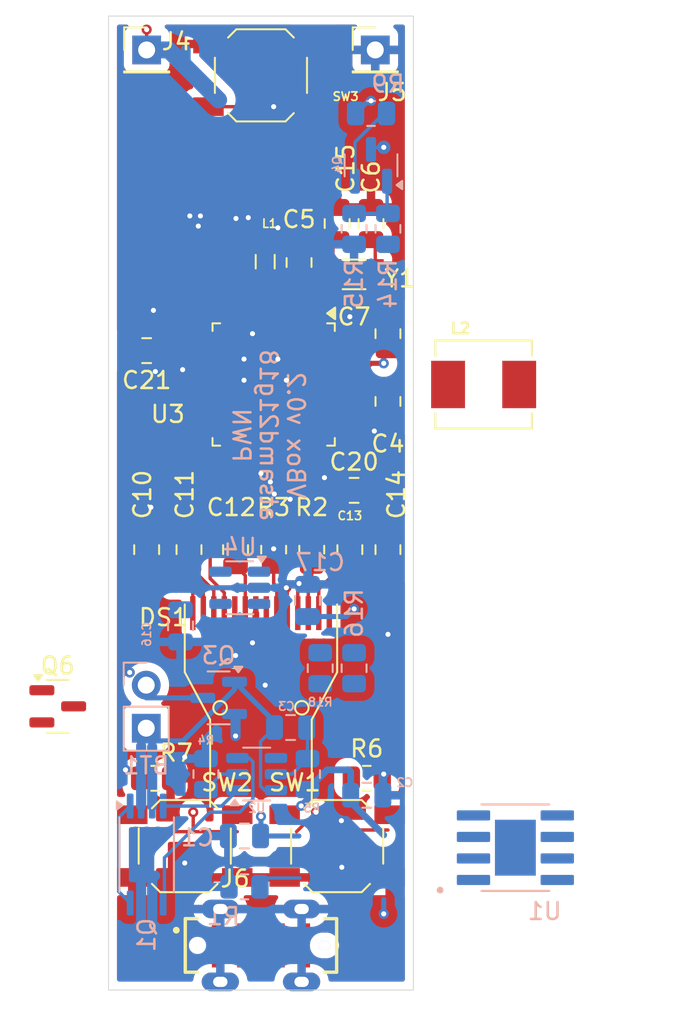
<source format=kicad_pcb>
(kicad_pcb
	(version 20240108)
	(generator "pcbnew")
	(generator_version "8.0")
	(general
		(thickness 1.6)
		(legacy_teardrops no)
	)
	(paper "A4")
	(layers
		(0 "F.Cu" signal)
		(1 "In1.Cu" signal)
		(2 "In2.Cu" signal)
		(31 "B.Cu" signal)
		(32 "B.Adhes" user "B.Adhesive")
		(33 "F.Adhes" user "F.Adhesive")
		(34 "B.Paste" user)
		(35 "F.Paste" user)
		(36 "B.SilkS" user "B.Silkscreen")
		(37 "F.SilkS" user "F.Silkscreen")
		(38 "B.Mask" user)
		(39 "F.Mask" user)
		(40 "Dwgs.User" user "User.Drawings")
		(41 "Cmts.User" user "User.Comments")
		(42 "Eco1.User" user "User.Eco1")
		(43 "Eco2.User" user "User.Eco2")
		(44 "Edge.Cuts" user)
		(45 "Margin" user)
		(46 "B.CrtYd" user "B.Courtyard")
		(47 "F.CrtYd" user "F.Courtyard")
		(48 "B.Fab" user)
		(49 "F.Fab" user)
		(50 "User.1" user)
		(51 "User.2" user)
		(52 "User.3" user)
		(53 "User.4" user)
		(54 "User.5" user)
		(55 "User.6" user)
		(56 "User.7" user)
		(57 "User.8" user)
		(58 "User.9" user)
	)
	(setup
		(stackup
			(layer "F.SilkS"
				(type "Top Silk Screen")
			)
			(layer "F.Paste"
				(type "Top Solder Paste")
			)
			(layer "F.Mask"
				(type "Top Solder Mask")
				(thickness 0.01)
			)
			(layer "F.Cu"
				(type "copper")
				(thickness 0.035)
			)
			(layer "dielectric 1"
				(type "prepreg")
				(thickness 0.1)
				(material "FR4")
				(epsilon_r 4.5)
				(loss_tangent 0.02)
			)
			(layer "In1.Cu"
				(type "copper")
				(thickness 0.035)
			)
			(layer "dielectric 2"
				(type "core")
				(thickness 1.24)
				(material "FR4")
				(epsilon_r 4.5)
				(loss_tangent 0.02)
			)
			(layer "In2.Cu"
				(type "copper")
				(thickness 0.035)
			)
			(layer "dielectric 3"
				(type "prepreg")
				(thickness 0.1)
				(material "FR4")
				(epsilon_r 4.5)
				(loss_tangent 0.02)
			)
			(layer "B.Cu"
				(type "copper")
				(thickness 0.035)
			)
			(layer "B.Mask"
				(type "Bottom Solder Mask")
				(thickness 0.01)
			)
			(layer "B.Paste"
				(type "Bottom Solder Paste")
			)
			(layer "B.SilkS"
				(type "Bottom Silk Screen")
			)
			(copper_finish "None")
			(dielectric_constraints no)
		)
		(pad_to_mask_clearance 0)
		(allow_soldermask_bridges_in_footprints no)
		(grid_origin 86.5 51.25)
		(pcbplotparams
			(layerselection 0x00010fc_ffffffff)
			(plot_on_all_layers_selection 0x0000000_00000000)
			(disableapertmacros no)
			(usegerberextensions no)
			(usegerberattributes yes)
			(usegerberadvancedattributes yes)
			(creategerberjobfile yes)
			(dashed_line_dash_ratio 12.000000)
			(dashed_line_gap_ratio 3.000000)
			(svgprecision 4)
			(plotframeref no)
			(viasonmask no)
			(mode 1)
			(useauxorigin no)
			(hpglpennumber 1)
			(hpglpenspeed 20)
			(hpglpendiameter 15.000000)
			(pdf_front_fp_property_popups yes)
			(pdf_back_fp_property_popups yes)
			(dxfpolygonmode yes)
			(dxfimperialunits yes)
			(dxfusepcbnewfont yes)
			(psnegative no)
			(psa4output no)
			(plotreference yes)
			(plotvalue yes)
			(plotfptext yes)
			(plotinvisibletext no)
			(sketchpadsonfab no)
			(subtractmaskfromsilk no)
			(outputformat 1)
			(mirror no)
			(drillshape 0)
			(scaleselection 1)
			(outputdirectory "./vbox-v0.2")
		)
	)
	(net 0 "")
	(net 1 "+BATT")
	(net 2 "Net-(U2-VCC)")
	(net 3 "RXD")
	(net 4 "TXD")
	(net 5 "MISO")
	(net 6 "RESET")
	(net 7 "SCK")
	(net 8 "MOSI")
	(net 9 "Net-(U2-OD)")
	(net 10 "Net-(Q1-Pad1)")
	(net 11 "Net-(U2-OC)")
	(net 12 "Net-(U1-PROG)")
	(net 13 "Net-(U2-CS)")
	(net 14 "moins")
	(net 15 "plus")
	(net 16 "fire")
	(net 17 "PWM")
	(net 18 "unconnected-(U1-TEMP-Pad1)")
	(net 19 "unconnected-(U2-TD-Pad4)")
	(net 20 "BOOST_EN")
	(net 21 "unconnected-(U1-~{CHRG}-Pad7)")
	(net 22 "unconnected-(U1-~{STDBY}-Pad6)")
	(net 23 "Net-(DS1-C2P)")
	(net 24 "Net-(DS1-C2N)")
	(net 25 "Net-(DS1-C1P)")
	(net 26 "Net-(DS1-C1N)")
	(net 27 "Net-(DS1-N.C.)")
	(net 28 "Net-(DS1-VCOMH)")
	(net 29 "Net-(DS1-VCC)")
	(net 30 "Net-(DS1-IREF)")
	(net 31 "Net-(DS1-RES#)")
	(net 32 "SDA")
	(net 33 "SCL")
	(net 34 "+USB5V")
	(net 35 "/-BT1")
	(net 36 "/+BT1")
	(net 37 "Net-(U3-VDDCORE)")
	(net 38 "unconnected-(J6-CC1-PadA5)")
	(net 39 "unconnected-(J6-CC2-PadB5)")
	(net 40 "PA24-USBd-")
	(net 41 "unconnected-(J6-SBU2-PadB8)")
	(net 42 "unconnected-(J6-SBU1-PadA8)")
	(net 43 "PA25-USBd+")
	(net 44 "Net-(Q6-G)")
	(net 45 "Net-(Q6-D)")
	(net 46 "unconnected-(U3-PA07-9-ADC-Pad12)")
	(net 47 "+3.3V")
	(net 48 "Net-(U3-VDDANA)")
	(net 49 "Net-(U3-PA00)")
	(net 50 "Net-(U3-PA01)")
	(net 51 "unconnected-(U3-PA28-27-Pad41)")
	(net 52 "unconnected-(U3-25-PB03-Pad48)")
	(net 53 "ss")
	(net 54 "coil+")
	(net 55 "Net-(Q4-S)")
	(net 56 "Net-(Q4-G)")
	(net 57 "unconnected-(U3-ADC-15-PB08-Pad7)")
	(net 58 "unconnected-(U3-PA13-38-Pad22)")
	(net 59 "batV")
	(net 60 "GND")
	(net 61 "CoilResSw")
	(net 62 "BatVoltSw")
	(net 63 "unconnected-(U3-PA14-2-Pad23)")
	(net 64 "unconnected-(U3-PA12-22-Pad21)")
	(net 65 "unconnected-(U3-24-PB11-Pad20)")
	(net 66 "unconnected-(U3-ADC-19-PB02-Pad47)")
	(net 67 "unconnected-(U3-ADC-16-PB09-Pad8)")
	(net 68 "unconnected-(U3-PA15-5-Pad24)")
	(net 69 "unconnected-(U3-23-PB10-Pad19)")
	(net 70 "unconnected-(U3-PA05-18-ADC-Pad10)")
	(net 71 "unconnected-(U3-PA30-44-SWCLK-Pad45)")
	(net 72 "unconnected-(U3-PA27-26-Pad39)")
	(net 73 "unconnected-(U3-PA31-45-SWDIO-Pad46)")
	(net 74 "unconnected-(U3-PA06-8-ADC-Pad11)")
	(net 75 "unconnected-(U4-NC-Pad4)")
	(net 76 "unconnected-(L2-Pad2)")
	(net 77 "unconnected-(L2-Pad1)")
	(footprint "My_footprint:oled DD-9616BE-3A_fliped(folded)" (layer "F.Cu") (at 95.5 85.484))
	(footprint "Capacitor_SMD:C_0805_2012Metric" (layer "F.Cu") (at 97.75 65.8 90))
	(footprint "Capacitor_SMD:C_0805_2012Metric" (layer "F.Cu") (at 88.75 71 180))
	(footprint "Resistor_SMD:R_0805_2012Metric" (layer "F.Cu") (at 96.25 82.75 90))
	(footprint "Resistor_SMD:R_0805_2012Metric" (layer "F.Cu") (at 98.5 82.75 -90))
	(footprint "Resistor_SMD:R_0805_2012Metric" (layer "F.Cu") (at 101.75 96.25 180))
	(footprint "My_footprint:IND_SRP5020TA-R68M" (layer "F.Cu") (at 108.65 73))
	(footprint "Capacitor_SMD:C_0805_2012Metric" (layer "F.Cu") (at 100.75 82.75 -90))
	(footprint "Capacitor_SMD:C_0805_2012Metric" (layer "F.Cu") (at 91.25 82.75 -90))
	(footprint "Package_TO_SOT_SMD:SOT-23" (layer "F.Cu") (at 83.5 92))
	(footprint "Button_Switch_SMD:SW_SPST_SKQG_WithStem" (layer "F.Cu") (at 100 100.25))
	(footprint "Capacitor_SMD:C_0805_2012Metric" (layer "F.Cu") (at 102 63.5 -90))
	(footprint "Capacitor_SMD:C_0805_2012Metric" (layer "F.Cu") (at 94 82.75 -90))
	(footprint "Button_Switch_SMD:SW_SPST_SKQG_WithoutStem" (layer "F.Cu") (at 95.5 54.75 180))
	(footprint "Capacitor_SMD:C_0805_2012Metric" (layer "F.Cu") (at 103 70 -90))
	(footprint "Inductor_SMD:L_0805_2012Metric" (layer "F.Cu") (at 95.75 65.75 90))
	(footprint "Capacitor_SMD:C_0805_2012Metric" (layer "F.Cu") (at 100 63.5 -90))
	(footprint "Package_QFP:TQFP-48_7x7mm_P0.5mm" (layer "F.Cu") (at 96.25 73 -90))
	(footprint "Connector_PinHeader_2.54mm:PinHeader_1x01_P2.54mm_Vertical" (layer "F.Cu") (at 102.25 53.25))
	(footprint "Capacitor_SMD:C_0805_2012Metric" (layer "F.Cu") (at 103 82.75 -90))
	(footprint "Button_Switch_SMD:SW_SPST_SKQG_WithoutStem" (layer "F.Cu") (at 91 100.25))
	(footprint "Crystal:Crystal_SMD_3215-2Pin_3.2x1.5mm" (layer "F.Cu") (at 101 66.5))
	(footprint "Connector_PinHeader_2.54mm:PinHeader_1x01_P2.54mm_Vertical" (layer "F.Cu") (at 88.75 53.25))
	(footprint "Capacitor_SMD:C_0805_2012Metric" (layer "F.Cu") (at 101 79.25))
	(footprint "My_footprint:GCT_USB4120-03-C_REVA" (layer "F.Cu") (at 95.5 106.115))
	(footprint "Capacitor_SMD:C_0805_2012Metric" (layer "F.Cu") (at 88.75 82.75 -90))
	(footprint "Capacitor_SMD:C_0805_2012Metric" (layer "F.Cu") (at 103 74 -90))
	(footprint "Resistor_SMD:R_0805_2012Metric" (layer "F.Cu") (at 89.25 96.25))
	(footprint "My_footprint:SOP127P600X175-9N"
		(layer "B.Cu")
		(uuid "0b774bb0-03b2-479f-bc20-f3f1fc88d935")
		(at 110.525 100.345)
		(property "Reference" "U1"
			(at 1.725 3.75 180)
			(layer "B.SilkS")
			(uuid "ed882258-22da-4b72-9ed9-de9493f64bcf")
			(effects
				(font
					(size 1 1)
					(thickness 0.15)
				)
				(justify mirror)
			)
		)
		(property "Value" "TP4056"
			(at 6.825 -3.362 180)
			(layer "B.Fab")
			(uuid "e5cf1dc9-e1d4-4d57-9ed3-aa0591e59f03")
			(effects
				(font
					(size 1 1)
					(thickness 0.15)
				)
				(justify mirror)
			)
		)
		(property "Footprint" "My_footprint:SOP127P600X175-9N"
			(at 0 0 180)
			(layer "B.Fab")
			(hide yes)
			(uuid "27ac3a8d-bc8d-4ff1-9fc7-7e5c3c17a5b1")
			(effects
				(font
					(size 1.27 1.27)
					(thickness 0.15)
				)
				(justify mirror)
			)
		)
		(property "Datasheet" ""
			(at 0 0 180)
			(layer "B.Fab")
			(hide yes)
			(uuid "ce7942d8-2dd9-4afb-8712-753db78d5acd")
			(effects
				(font
					(size 1.27 1.27)
					(thickness 0.15)
				)
				(justify mirror)
			)
		)
		(property "Description" ""
			(at 0 0 180)
			(layer "B.Fab")
			(hide yes)
			(uuid "5d9cbb1d-a4ca-47b6-8272-77656d423802")
			(effects
				(font
					(size 1.27 1.27)
					(thickness 0.15)
				)
				(justify mirror)
			)
		)
		(property "MF" "NanJing Top Power ASIC Corp."
			(at 0 0 0)
			(unlocked yes)
			(layer "B.Fab")
			(hide yes)
			(uuid "4ad57205-ae25-4196-9d43-8c4b7ca77817")
			(effects
				(font
					(size 1 1)
					(thickness 0.15)
				)
				(justify mirror)
			)
		)
		(property "MAXIMUM_PACKAGE_HEIGHT" "1.75mm"
			(at 0 0 0)
			(unlocked yes)
			(layer "B.Fab")
			(hide yes)
			(uuid "4873dcce-3f8d-41d2-841b-1785e92830a6")
			(effects
				(font
					(size 1 1)
					(thickness 0.15)
				)
				(justify mirror)
			)
		)
		(property "Package" "Package"
			(at 0 0 0)
			(unlocked yes)
			(layer "B.Fab")
			(hide yes)
			(uuid "1c7d3968-f5d8-4580-a194-c849d2e1a11f")
			(effects
				(font
					(size 1 1)
					(thickness 0.15)
				)
				(justify mirror)
			)
		)
		(property "Price" "None"
			(at 0 0 0)
			(unlocked yes)
			(layer "B.Fab")
			(hide yes)
			(uuid "7f49f059-f7f0-43aa-a108-1c98f688bd18")
			(effects
				(font
					(size 1 1)
					(thickness 0.15)
				)
				(justify mirror)
			)
		)
		(property "Check_prices" "https://www.snapeda.com/parts/TP4056/NanJing+Top+Power+ASIC+Corp./view-part/?ref=eda"
			(at 0 0 0)
			(unlocked yes)
			(layer "B.Fab")
			(hide yes)
			(uuid "646e04da-caca-4dfa-8d10-4f57fa06182b")
			(effects
				(font
					(size 1 1)
					(thickness 0.15)
				)
				(justify mirror)
			)
		)
		(property "STANDARD" "IPC 7351B"
			(at 0 0 0)
			(unlocked yes)
			(layer "B.Fab")
			(hide yes)
			(uuid "389df4ac-4e9b-4392-bf0b-e1627e5e4660")
			(effects
				(font
					(size 1 1)
					(thickness 0.15)
				)
				(justify mirror)
			)
		)
		(property "SnapEDA_Link" "https://www.snapeda.com/parts/TP4056/NanJing+Top+Power+ASIC+Corp./view-part/?ref=snap"
			(at 0 0 0)
			(unlocked yes)
			(layer "B.Fab")
			(hide yes)
			(uuid "3fc5bb17-526f-4e15-8f14-cfee088dfc13")
			(effects
				(font
					(size 1 1)
					(thickness 0.15)
				)
				(justify mirror)
			)
		)
		(property "MP" "TP4056"
			(at 0 0 0)
			(unlocked yes)
			(layer "B.Fab")
			(hide yes)
			(uuid "e8ff0cc7-0673-4919-b090-e8b137cb27a7")
			(effects
				(font
					(size 1 1)
					(thickness 0.15)
				)
				(justify mirror)
			)
		)
		(property "Description_1" "\nComplete single cell Li-Ion battery with a constant current / constant voltage linear charger\n"
			(at 0 0 0)
			(unlocked yes)
			(layer "B.Fab")
			(hide yes)
			(uuid "c0f6bea2-e315-4327-b859-0170945369a6")
			(effects
				(font
					(size 1 1)
					(thickness 0.15)
				)
				(justify mirror)
			)
		)
		(property "Availability" "Not in stock"
			(at 0 0 0)
			(unlocked yes)
			(layer "B.Fab")
			(hide yes)
			(uuid "55a64b6a-9ee9-44f3-b4c0-faee21df1439")
			(effects
				(font
					(size 1 1)
					(thickness 0.15)
				)
				(justify mirror)
			)
		)
		(property "MANUFACTURER" "NanJing Top Power ASIC Corp."
			(at 0 0 0)
			(unlocked yes)
			(layer "B.Fab")
			(hide yes)
			(uuid "8f45866f-792c-4f94-a31a-6795c091829d")
			(effects
				(font
					(size 1 1)
					(thickness 0.15)
				)
				(justify mirror)
			)
		)
		(property "Sim.Device" ""
			(at 0 0 0)
			(unlocked yes)
			(layer "B.Fab")
			(hide yes)
			(uuid "126e7fde-9277-4054-9a0d-2ce19614d858")
			(effects
				(font
					(size 1 1)
					(thickness 0.15)
				)
				(justify mirror)
			)
		)
		(property "Sim.Pins" ""
			(at 0 0 0)
			(unlocked yes)
			(layer "B.Fab")
			(hide yes)
			(uuid "ca2f1fbc-d265-4d8e-95ab-bb5d1bebea79")
			(effects
				(font
					(size 1 1)
					(thickness 0.15)
				)
				(justify mirror)
			)
		)
		(property "Sim.Type" ""
			(at 0 0 0)
			(unlocked yes)
			(layer "B.Fab")
			(hide yes)
			(uuid "fc3a39f3-572f-42ee-a7e1-cba33710d321")
			(effects
				(font
					(size 1 1)
					(thickness 0.15)
				)
				(justify mirror)
			)
		)
		(path "/3c67379e-23a7-41f5-a55f-15bb606381a4")
		(sheetname "Root")
		(sheetfile "boxmod.kicad_sch")
		(attr smd)
		(fp_poly
			(pts
				(xy -0.645 0.82) (xy 0.645 0.82) (xy 0.645 -0.82) (xy -0.645 -0.82)
			)
			(stroke
				(width 0.01)
				(type solid)
			)
			(fill solid)
			(layer "B.Paste")
			(uuid "26694b6c-904c-4767-8b93-62f9dae88c6e")
		)
		(fp_line
			(start 2 -2.55)
			(end -2 -2.55)
			(stroke
				(width 0.127)
				(type solid)
			)
			(layer "B.SilkS")
			(uuid "a5918c1e-37e3-407f-b742-f23be63294a1")
		)
		(fp_line
			(start 2 2.55)
			(end -2 2.55)
			(stroke
				(width 0.127)
				(type solid)
			)
			(layer "B.SilkS")
			(uuid "4ea26d94-5553-4071-8d0c-8f24158e2b19")
		)
		(fp_circle
			(center -4.445 2.505)
			(end -4.345 2.505)
			(stroke
				(width 0.2)
				(type solid)
			)
			(fill none)
			(layer "B.SilkS")
			(uuid "29f4f6e5-dc7a-42de-aa0e-9f13d1414eba")
		)
		(fp_line
			(start -3.71 -2.8)
			(end -3.71 2.8)
			(stroke
				(width 0.05)
				(type solid)
			)
			(layer "B.CrtYd")
			(uuid "9425dfe1-9417-4731-b931-88c299c0980e")
		)
		(fp_line
			(start 3.71 -2.8)
			(end -3.71 -2.8)
			(stroke
				(width 0.05)
				(type solid)
			)
			(layer "B.CrtYd")
			(uuid "80f1ffe6-6516-4427-bb04-3b01edbb1c3b")
		)
		(fp_line
			(start 3.71 -2.8)
			(end 3.71 2.8)
			(stroke
				(width 0.05)
				(type solid)
			)
			(layer "B.CrtYd")
			(uuid "6c1fd6ad-1db5-4ae5-8322-27de77663e3a")
		)
		(fp_line
			(start 3.71 2.8)
			(end -3.71 2.8)
			(stroke
				(width 0.05)
				(type solid)
			)
			(layer "B.CrtYd")
			(uuid "392cdd8c-838f-475a-9930-2afb52d394f5")
		)
		(fp_line
			(start -2 -2.55)
			(end -2 2.55)
			(stroke
				(width 0.127)
				(type solid)
			)
			(layer "B.Fab")
			(uuid "c170985e-190f-41c6-bdb4-6e081daba04d")
		)
		(fp_line
			(start 2 -2.55)
			(end -2 -2.55)
			(stroke
				(width 0.127)
				(type solid)
			)
			(layer "B.Fab")
			(uuid "7d3aec48-a69f-456d-a04a-14c179c2ee54")
		)
		(fp_line
			(start 2 -2.55)
			(end 2 2.55)
			(stroke
				(width 0.127)
				(type solid)
			)
			(layer "B.Fab")
			(uuid "69e3278e-44c5-4806-bc1a-3a1383b84c2f")
		)
		(fp_line
			(start 2 2.55)
			(end -2 2.55)
			(stroke
				(width 0.127)
				(type solid)
			)
			(layer "B.Fab")
			(uuid "f1326fe9-37cc-46f0-b5df-ddfe6861bfb5")
		)
		(fp_circle
			(center -4.445 2.505)
			(end -4.345 2.505)
			(stroke
				(width 0.2)
				(type solid)
			)
			(fill none)
			(layer "B.Fab")
			(uuid "591abff5-a852-428e-a73b-2b93c2c8d644")
		)
		(pad "1" smd roundrect
			(at -2.475 1.905)
			(size 1.97 0.6)
			(layers "B.Cu" "B.Paste" "B.Mask")
			(roundrect_rratio 0.125)
			(net 18 "unconnected-(U1-TEMP-Pad1)")
			(pinfunction "TEMP")
			(pintype "input")
			(solder_mask_margin 0.102)
			(uuid "2ff2d672-917c-4602-a207-905df8063e41")
		)
		(pad "2" smd roundrect
			(at -2.475 0.635)
			(size 1.97 0.6)
			(layers "B.Cu" "B.Paste" "B.Mask")
			(roundrect_rratio 0.125)
			(net 12 "Net-(U1-PROG)")
			(pinfunction "PROG")
			(pintype "bidirectional")
			(solder_mask_margin 0.102)
			(uuid "d9909d21-978d-4142-81b7-1213d43faf04")
		)
		(pad "3" smd roundrect
			(at -2.475 -0.635)
			(size 1.97 0.6)
			(layers "B.Cu" "B.Paste" "B.Mask")
			(roundrect_rratio 0.125)
			(net 60 "GND")
			(pinfunction "GND")
			(pintype "power_in")
			(solder_mask_margin 0.102)
			(uuid "cbfa484d-9749-4052-9627-36fab1661213")
		)
		(pad "4" smd roundrect
			(at -2.475 -1.905)
			(size 1.97 0.6)
			(layers "B.Cu" "B.Paste" "B.Mask")
			(roundrect_rratio 0.125)
			(net 34 "+USB5V")
			(pinfunction "VCC")
			(pintype "power_in")
			(solder_mask_margin 0.102)
			(uuid "47a24251-4654-4197-b98b-00131529088f")
		)
		(pad "5" smd roundrect
			(at 2.475 -1.905)
			(size 1.97 0.6)
			(layers "B.Cu" "B.Paste" "B.Mask")
			(roundrect_rratio 0.125)
			(net 1 "+BATT")
			(pinfunction "BAT")
			(pintype "output")
			(solder_mask_margin 0.102)
	
... [377452 chars truncated]
</source>
